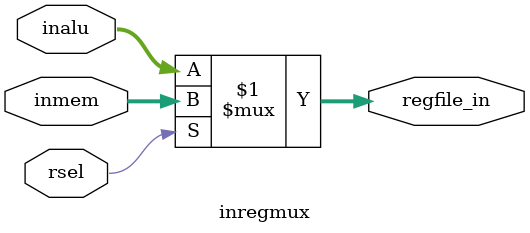
<source format=v>
module inregmux (rsel,inmem,inalu,regfile_in);
input rsel;
input [7:0] inmem,inalu;
output [7:0] regfile_in;
assign regfile_in = (rsel) ? inmem : inalu; 
endmodule //inregmux
</source>
